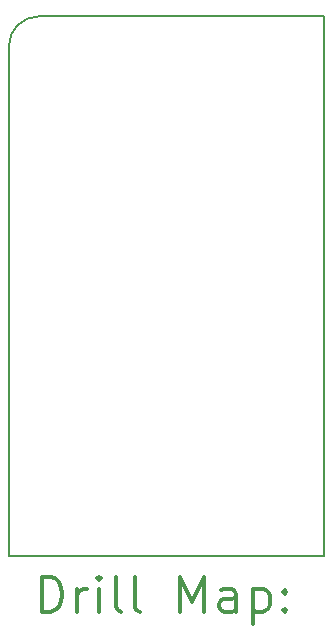
<source format=gbr>
%FSLAX45Y45*%
G04 Gerber Fmt 4.5, Leading zero omitted, Abs format (unit mm)*
G04 Created by KiCad (PCBNEW 5.1.10-1.fc33) date 2021-05-23 01:00:37*
%MOMM*%
%LPD*%
G01*
G04 APERTURE LIST*
%TA.AperFunction,Profile*%
%ADD10C,0.150000*%
%TD*%
%ADD11C,0.200000*%
%ADD12C,0.300000*%
G04 APERTURE END LIST*
D10*
X19494500Y-12001500D02*
X21907500Y-12001500D01*
X19240500Y-16573500D02*
X19240500Y-12255500D01*
X21907500Y-16573500D02*
X19240500Y-16573500D01*
X21907500Y-12001500D02*
X21907500Y-16573500D01*
X19494500Y-12001500D02*
G75*
G03*
X19240500Y-12255500I0J-254000D01*
G01*
D11*
D12*
X19519428Y-17046714D02*
X19519428Y-16746714D01*
X19590857Y-16746714D01*
X19633714Y-16761000D01*
X19662286Y-16789572D01*
X19676571Y-16818143D01*
X19690857Y-16875286D01*
X19690857Y-16918143D01*
X19676571Y-16975286D01*
X19662286Y-17003857D01*
X19633714Y-17032429D01*
X19590857Y-17046714D01*
X19519428Y-17046714D01*
X19819428Y-17046714D02*
X19819428Y-16846714D01*
X19819428Y-16903857D02*
X19833714Y-16875286D01*
X19848000Y-16861000D01*
X19876571Y-16846714D01*
X19905143Y-16846714D01*
X20005143Y-17046714D02*
X20005143Y-16846714D01*
X20005143Y-16746714D02*
X19990857Y-16761000D01*
X20005143Y-16775286D01*
X20019428Y-16761000D01*
X20005143Y-16746714D01*
X20005143Y-16775286D01*
X20190857Y-17046714D02*
X20162286Y-17032429D01*
X20148000Y-17003857D01*
X20148000Y-16746714D01*
X20348000Y-17046714D02*
X20319428Y-17032429D01*
X20305143Y-17003857D01*
X20305143Y-16746714D01*
X20690857Y-17046714D02*
X20690857Y-16746714D01*
X20790857Y-16961000D01*
X20890857Y-16746714D01*
X20890857Y-17046714D01*
X21162286Y-17046714D02*
X21162286Y-16889572D01*
X21148000Y-16861000D01*
X21119428Y-16846714D01*
X21062286Y-16846714D01*
X21033714Y-16861000D01*
X21162286Y-17032429D02*
X21133714Y-17046714D01*
X21062286Y-17046714D01*
X21033714Y-17032429D01*
X21019428Y-17003857D01*
X21019428Y-16975286D01*
X21033714Y-16946714D01*
X21062286Y-16932429D01*
X21133714Y-16932429D01*
X21162286Y-16918143D01*
X21305143Y-16846714D02*
X21305143Y-17146714D01*
X21305143Y-16861000D02*
X21333714Y-16846714D01*
X21390857Y-16846714D01*
X21419428Y-16861000D01*
X21433714Y-16875286D01*
X21448000Y-16903857D01*
X21448000Y-16989572D01*
X21433714Y-17018143D01*
X21419428Y-17032429D01*
X21390857Y-17046714D01*
X21333714Y-17046714D01*
X21305143Y-17032429D01*
X21576571Y-17018143D02*
X21590857Y-17032429D01*
X21576571Y-17046714D01*
X21562286Y-17032429D01*
X21576571Y-17018143D01*
X21576571Y-17046714D01*
X21576571Y-16861000D02*
X21590857Y-16875286D01*
X21576571Y-16889572D01*
X21562286Y-16875286D01*
X21576571Y-16861000D01*
X21576571Y-16889572D01*
M02*

</source>
